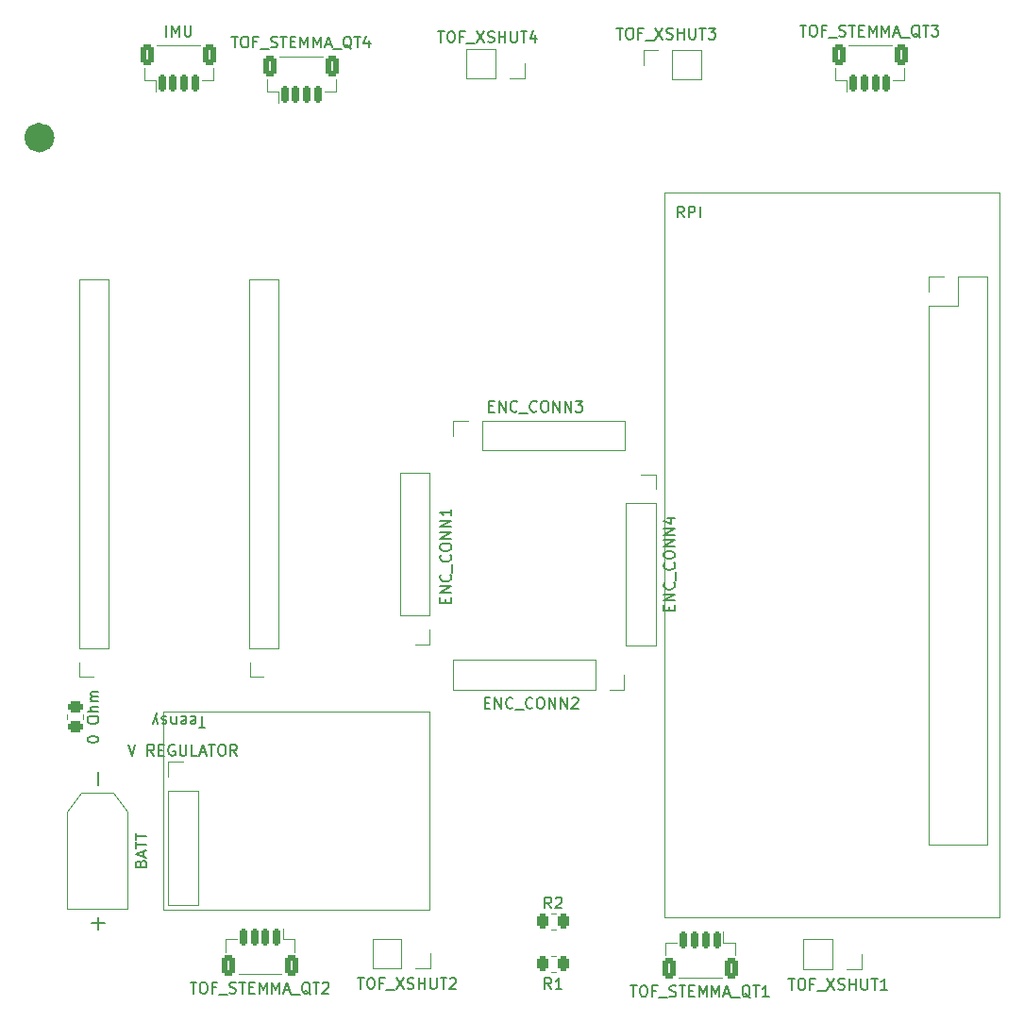
<source format=gto>
%TF.GenerationSoftware,KiCad,Pcbnew,(6.0.8)*%
%TF.CreationDate,2023-03-18T14:47:44-05:00*%
%TF.ProjectId,board1,626f6172-6431-42e6-9b69-6361645f7063,rev?*%
%TF.SameCoordinates,Original*%
%TF.FileFunction,Legend,Top*%
%TF.FilePolarity,Positive*%
%FSLAX46Y46*%
G04 Gerber Fmt 4.6, Leading zero omitted, Abs format (unit mm)*
G04 Created by KiCad (PCBNEW (6.0.8)) date 2023-03-18 14:47:44*
%MOMM*%
%LPD*%
G01*
G04 APERTURE LIST*
G04 Aperture macros list*
%AMRoundRect*
0 Rectangle with rounded corners*
0 $1 Rounding radius*
0 $2 $3 $4 $5 $6 $7 $8 $9 X,Y pos of 4 corners*
0 Add a 4 corners polygon primitive as box body*
4,1,4,$2,$3,$4,$5,$6,$7,$8,$9,$2,$3,0*
0 Add four circle primitives for the rounded corners*
1,1,$1+$1,$2,$3*
1,1,$1+$1,$4,$5*
1,1,$1+$1,$6,$7*
1,1,$1+$1,$8,$9*
0 Add four rect primitives between the rounded corners*
20,1,$1+$1,$2,$3,$4,$5,0*
20,1,$1+$1,$4,$5,$6,$7,0*
20,1,$1+$1,$6,$7,$8,$9,0*
20,1,$1+$1,$8,$9,$2,$3,0*%
G04 Aperture macros list end*
%ADD10C,1.345000*%
%ADD11C,0.150000*%
%ADD12C,0.120000*%
%ADD13C,1.700000*%
%ADD14R,1.700000X1.700000*%
%ADD15O,1.700000X1.700000*%
%ADD16RoundRect,0.250000X-0.262500X-0.450000X0.262500X-0.450000X0.262500X0.450000X-0.262500X0.450000X0*%
%ADD17R,3.800000X3.800000*%
%ADD18C,3.800000*%
%ADD19RoundRect,0.250000X-0.450000X0.262500X-0.450000X-0.262500X0.450000X-0.262500X0.450000X0.262500X0*%
%ADD20RoundRect,0.150000X-0.150000X-0.625000X0.150000X-0.625000X0.150000X0.625000X-0.150000X0.625000X0*%
%ADD21RoundRect,0.250000X-0.350000X-0.650000X0.350000X-0.650000X0.350000X0.650000X-0.350000X0.650000X0*%
%ADD22RoundRect,0.150000X0.150000X0.625000X-0.150000X0.625000X-0.150000X-0.625000X0.150000X-0.625000X0*%
%ADD23RoundRect,0.250000X0.350000X0.650000X-0.350000X0.650000X-0.350000X-0.650000X0.350000X-0.650000X0*%
G04 APERTURE END LIST*
D10*
X82497500Y-47967500D02*
G75*
G03*
X82497500Y-47967500I-672500J0D01*
G01*
D11*
X133598809Y-38144880D02*
X134170238Y-38144880D01*
X133884523Y-39144880D02*
X133884523Y-38144880D01*
X134694047Y-38144880D02*
X134884523Y-38144880D01*
X134979761Y-38192500D01*
X135075000Y-38287738D01*
X135122619Y-38478214D01*
X135122619Y-38811547D01*
X135075000Y-39002023D01*
X134979761Y-39097261D01*
X134884523Y-39144880D01*
X134694047Y-39144880D01*
X134598809Y-39097261D01*
X134503571Y-39002023D01*
X134455952Y-38811547D01*
X134455952Y-38478214D01*
X134503571Y-38287738D01*
X134598809Y-38192500D01*
X134694047Y-38144880D01*
X135884523Y-38621071D02*
X135551190Y-38621071D01*
X135551190Y-39144880D02*
X135551190Y-38144880D01*
X136027380Y-38144880D01*
X136170238Y-39240119D02*
X136932142Y-39240119D01*
X137075000Y-38144880D02*
X137741666Y-39144880D01*
X137741666Y-38144880D02*
X137075000Y-39144880D01*
X138075000Y-39097261D02*
X138217857Y-39144880D01*
X138455952Y-39144880D01*
X138551190Y-39097261D01*
X138598809Y-39049642D01*
X138646428Y-38954404D01*
X138646428Y-38859166D01*
X138598809Y-38763928D01*
X138551190Y-38716309D01*
X138455952Y-38668690D01*
X138265476Y-38621071D01*
X138170238Y-38573452D01*
X138122619Y-38525833D01*
X138075000Y-38430595D01*
X138075000Y-38335357D01*
X138122619Y-38240119D01*
X138170238Y-38192500D01*
X138265476Y-38144880D01*
X138503571Y-38144880D01*
X138646428Y-38192500D01*
X139075000Y-39144880D02*
X139075000Y-38144880D01*
X139075000Y-38621071D02*
X139646428Y-38621071D01*
X139646428Y-39144880D02*
X139646428Y-38144880D01*
X140122619Y-38144880D02*
X140122619Y-38954404D01*
X140170238Y-39049642D01*
X140217857Y-39097261D01*
X140313095Y-39144880D01*
X140503571Y-39144880D01*
X140598809Y-39097261D01*
X140646428Y-39049642D01*
X140694047Y-38954404D01*
X140694047Y-38144880D01*
X141027380Y-38144880D02*
X141598809Y-38144880D01*
X141313095Y-39144880D02*
X141313095Y-38144880D01*
X141836904Y-38144880D02*
X142455952Y-38144880D01*
X142122619Y-38525833D01*
X142265476Y-38525833D01*
X142360714Y-38573452D01*
X142408333Y-38621071D01*
X142455952Y-38716309D01*
X142455952Y-38954404D01*
X142408333Y-39049642D01*
X142360714Y-39097261D01*
X142265476Y-39144880D01*
X141979761Y-39144880D01*
X141884523Y-39097261D01*
X141836904Y-39049642D01*
X127755733Y-117107080D02*
X127422400Y-116630890D01*
X127184304Y-117107080D02*
X127184304Y-116107080D01*
X127565257Y-116107080D01*
X127660495Y-116154700D01*
X127708114Y-116202319D01*
X127755733Y-116297557D01*
X127755733Y-116440414D01*
X127708114Y-116535652D01*
X127660495Y-116583271D01*
X127565257Y-116630890D01*
X127184304Y-116630890D01*
X128136685Y-116202319D02*
X128184304Y-116154700D01*
X128279542Y-116107080D01*
X128517638Y-116107080D01*
X128612876Y-116154700D01*
X128660495Y-116202319D01*
X128708114Y-116297557D01*
X128708114Y-116392795D01*
X128660495Y-116535652D01*
X128089066Y-117107080D01*
X128708114Y-117107080D01*
X122158333Y-72071071D02*
X122491666Y-72071071D01*
X122634523Y-72594880D02*
X122158333Y-72594880D01*
X122158333Y-71594880D01*
X122634523Y-71594880D01*
X123063095Y-72594880D02*
X123063095Y-71594880D01*
X123634523Y-72594880D01*
X123634523Y-71594880D01*
X124682142Y-72499642D02*
X124634523Y-72547261D01*
X124491666Y-72594880D01*
X124396428Y-72594880D01*
X124253571Y-72547261D01*
X124158333Y-72452023D01*
X124110714Y-72356785D01*
X124063095Y-72166309D01*
X124063095Y-72023452D01*
X124110714Y-71832976D01*
X124158333Y-71737738D01*
X124253571Y-71642500D01*
X124396428Y-71594880D01*
X124491666Y-71594880D01*
X124634523Y-71642500D01*
X124682142Y-71690119D01*
X124872619Y-72690119D02*
X125634523Y-72690119D01*
X126444047Y-72499642D02*
X126396428Y-72547261D01*
X126253571Y-72594880D01*
X126158333Y-72594880D01*
X126015476Y-72547261D01*
X125920238Y-72452023D01*
X125872619Y-72356785D01*
X125825000Y-72166309D01*
X125825000Y-72023452D01*
X125872619Y-71832976D01*
X125920238Y-71737738D01*
X126015476Y-71642500D01*
X126158333Y-71594880D01*
X126253571Y-71594880D01*
X126396428Y-71642500D01*
X126444047Y-71690119D01*
X127063095Y-71594880D02*
X127253571Y-71594880D01*
X127348809Y-71642500D01*
X127444047Y-71737738D01*
X127491666Y-71928214D01*
X127491666Y-72261547D01*
X127444047Y-72452023D01*
X127348809Y-72547261D01*
X127253571Y-72594880D01*
X127063095Y-72594880D01*
X126967857Y-72547261D01*
X126872619Y-72452023D01*
X126825000Y-72261547D01*
X126825000Y-71928214D01*
X126872619Y-71737738D01*
X126967857Y-71642500D01*
X127063095Y-71594880D01*
X127920238Y-72594880D02*
X127920238Y-71594880D01*
X128491666Y-72594880D01*
X128491666Y-71594880D01*
X128967857Y-72594880D02*
X128967857Y-71594880D01*
X129539285Y-72594880D01*
X129539285Y-71594880D01*
X129920238Y-71594880D02*
X130539285Y-71594880D01*
X130205952Y-71975833D01*
X130348809Y-71975833D01*
X130444047Y-72023452D01*
X130491666Y-72071071D01*
X130539285Y-72166309D01*
X130539285Y-72404404D01*
X130491666Y-72499642D01*
X130444047Y-72547261D01*
X130348809Y-72594880D01*
X130063095Y-72594880D01*
X129967857Y-72547261D01*
X129920238Y-72499642D01*
X90928571Y-113086547D02*
X90976190Y-112943690D01*
X91023809Y-112896071D01*
X91119047Y-112848452D01*
X91261904Y-112848452D01*
X91357142Y-112896071D01*
X91404761Y-112943690D01*
X91452380Y-113038928D01*
X91452380Y-113419880D01*
X90452380Y-113419880D01*
X90452380Y-113086547D01*
X90500000Y-112991309D01*
X90547619Y-112943690D01*
X90642857Y-112896071D01*
X90738095Y-112896071D01*
X90833333Y-112943690D01*
X90880952Y-112991309D01*
X90928571Y-113086547D01*
X90928571Y-113419880D01*
X91166666Y-112467500D02*
X91166666Y-111991309D01*
X91452380Y-112562738D02*
X90452380Y-112229404D01*
X91452380Y-111896071D01*
X90452380Y-111705595D02*
X90452380Y-111134166D01*
X91452380Y-111419880D02*
X90452380Y-111419880D01*
X90452380Y-110943690D02*
X90452380Y-110372261D01*
X91452380Y-110657976D02*
X90452380Y-110657976D01*
X87107142Y-106038928D02*
X87107142Y-104896071D01*
X87107142Y-119038928D02*
X87107142Y-117896071D01*
X87678571Y-118467500D02*
X86535714Y-118467500D01*
X121783333Y-98671071D02*
X122116666Y-98671071D01*
X122259523Y-99194880D02*
X121783333Y-99194880D01*
X121783333Y-98194880D01*
X122259523Y-98194880D01*
X122688095Y-99194880D02*
X122688095Y-98194880D01*
X123259523Y-99194880D01*
X123259523Y-98194880D01*
X124307142Y-99099642D02*
X124259523Y-99147261D01*
X124116666Y-99194880D01*
X124021428Y-99194880D01*
X123878571Y-99147261D01*
X123783333Y-99052023D01*
X123735714Y-98956785D01*
X123688095Y-98766309D01*
X123688095Y-98623452D01*
X123735714Y-98432976D01*
X123783333Y-98337738D01*
X123878571Y-98242500D01*
X124021428Y-98194880D01*
X124116666Y-98194880D01*
X124259523Y-98242500D01*
X124307142Y-98290119D01*
X124497619Y-99290119D02*
X125259523Y-99290119D01*
X126069047Y-99099642D02*
X126021428Y-99147261D01*
X125878571Y-99194880D01*
X125783333Y-99194880D01*
X125640476Y-99147261D01*
X125545238Y-99052023D01*
X125497619Y-98956785D01*
X125450000Y-98766309D01*
X125450000Y-98623452D01*
X125497619Y-98432976D01*
X125545238Y-98337738D01*
X125640476Y-98242500D01*
X125783333Y-98194880D01*
X125878571Y-98194880D01*
X126021428Y-98242500D01*
X126069047Y-98290119D01*
X126688095Y-98194880D02*
X126878571Y-98194880D01*
X126973809Y-98242500D01*
X127069047Y-98337738D01*
X127116666Y-98528214D01*
X127116666Y-98861547D01*
X127069047Y-99052023D01*
X126973809Y-99147261D01*
X126878571Y-99194880D01*
X126688095Y-99194880D01*
X126592857Y-99147261D01*
X126497619Y-99052023D01*
X126450000Y-98861547D01*
X126450000Y-98528214D01*
X126497619Y-98337738D01*
X126592857Y-98242500D01*
X126688095Y-98194880D01*
X127545238Y-99194880D02*
X127545238Y-98194880D01*
X128116666Y-99194880D01*
X128116666Y-98194880D01*
X128592857Y-99194880D02*
X128592857Y-98194880D01*
X129164285Y-99194880D01*
X129164285Y-98194880D01*
X129592857Y-98290119D02*
X129640476Y-98242500D01*
X129735714Y-98194880D01*
X129973809Y-98194880D01*
X130069047Y-98242500D01*
X130116666Y-98290119D01*
X130164285Y-98385357D01*
X130164285Y-98480595D01*
X130116666Y-98623452D01*
X129545238Y-99194880D01*
X130164285Y-99194880D01*
X127755733Y-124357080D02*
X127422400Y-123880890D01*
X127184304Y-124357080D02*
X127184304Y-123357080D01*
X127565257Y-123357080D01*
X127660495Y-123404700D01*
X127708114Y-123452319D01*
X127755733Y-123547557D01*
X127755733Y-123690414D01*
X127708114Y-123785652D01*
X127660495Y-123833271D01*
X127565257Y-123880890D01*
X127184304Y-123880890D01*
X128708114Y-124357080D02*
X128136685Y-124357080D01*
X128422400Y-124357080D02*
X128422400Y-123357080D01*
X128327161Y-123499938D01*
X128231923Y-123595176D01*
X128136685Y-123642795D01*
X86127380Y-102013928D02*
X86127380Y-101918690D01*
X86175000Y-101823452D01*
X86222619Y-101775833D01*
X86317857Y-101728214D01*
X86508333Y-101680595D01*
X86746428Y-101680595D01*
X86936904Y-101728214D01*
X87032142Y-101775833D01*
X87079761Y-101823452D01*
X87127380Y-101918690D01*
X87127380Y-102013928D01*
X87079761Y-102109166D01*
X87032142Y-102156785D01*
X86936904Y-102204404D01*
X86746428Y-102252023D01*
X86508333Y-102252023D01*
X86317857Y-102204404D01*
X86222619Y-102156785D01*
X86175000Y-102109166D01*
X86127380Y-102013928D01*
X86127380Y-100299642D02*
X86127380Y-100109166D01*
X86175000Y-100013928D01*
X86270238Y-99918690D01*
X86460714Y-99871071D01*
X86794047Y-99871071D01*
X86984523Y-99918690D01*
X87079761Y-100013928D01*
X87127380Y-100109166D01*
X87127380Y-100299642D01*
X87079761Y-100394880D01*
X86984523Y-100490119D01*
X86794047Y-100537738D01*
X86460714Y-100537738D01*
X86270238Y-100490119D01*
X86175000Y-100394880D01*
X86127380Y-100299642D01*
X87127380Y-99442500D02*
X86127380Y-99442500D01*
X87127380Y-99013928D02*
X86603571Y-99013928D01*
X86508333Y-99061547D01*
X86460714Y-99156785D01*
X86460714Y-99299642D01*
X86508333Y-99394880D01*
X86555952Y-99442500D01*
X87127380Y-98537738D02*
X86460714Y-98537738D01*
X86555952Y-98537738D02*
X86508333Y-98490119D01*
X86460714Y-98394880D01*
X86460714Y-98252023D01*
X86508333Y-98156785D01*
X86603571Y-98109166D01*
X87127380Y-98109166D01*
X86603571Y-98109166D02*
X86508333Y-98061547D01*
X86460714Y-97966309D01*
X86460714Y-97823452D01*
X86508333Y-97728214D01*
X86603571Y-97680595D01*
X87127380Y-97680595D01*
X99063095Y-38894880D02*
X99634523Y-38894880D01*
X99348809Y-39894880D02*
X99348809Y-38894880D01*
X100158333Y-38894880D02*
X100348809Y-38894880D01*
X100444047Y-38942500D01*
X100539285Y-39037738D01*
X100586904Y-39228214D01*
X100586904Y-39561547D01*
X100539285Y-39752023D01*
X100444047Y-39847261D01*
X100348809Y-39894880D01*
X100158333Y-39894880D01*
X100063095Y-39847261D01*
X99967857Y-39752023D01*
X99920238Y-39561547D01*
X99920238Y-39228214D01*
X99967857Y-39037738D01*
X100063095Y-38942500D01*
X100158333Y-38894880D01*
X101348809Y-39371071D02*
X101015476Y-39371071D01*
X101015476Y-39894880D02*
X101015476Y-38894880D01*
X101491666Y-38894880D01*
X101634523Y-39990119D02*
X102396428Y-39990119D01*
X102586904Y-39847261D02*
X102729761Y-39894880D01*
X102967857Y-39894880D01*
X103063095Y-39847261D01*
X103110714Y-39799642D01*
X103158333Y-39704404D01*
X103158333Y-39609166D01*
X103110714Y-39513928D01*
X103063095Y-39466309D01*
X102967857Y-39418690D01*
X102777380Y-39371071D01*
X102682142Y-39323452D01*
X102634523Y-39275833D01*
X102586904Y-39180595D01*
X102586904Y-39085357D01*
X102634523Y-38990119D01*
X102682142Y-38942500D01*
X102777380Y-38894880D01*
X103015476Y-38894880D01*
X103158333Y-38942500D01*
X103444047Y-38894880D02*
X104015476Y-38894880D01*
X103729761Y-39894880D02*
X103729761Y-38894880D01*
X104348809Y-39371071D02*
X104682142Y-39371071D01*
X104825000Y-39894880D02*
X104348809Y-39894880D01*
X104348809Y-38894880D01*
X104825000Y-38894880D01*
X105253571Y-39894880D02*
X105253571Y-38894880D01*
X105586904Y-39609166D01*
X105920238Y-38894880D01*
X105920238Y-39894880D01*
X106396428Y-39894880D02*
X106396428Y-38894880D01*
X106729761Y-39609166D01*
X107063095Y-38894880D01*
X107063095Y-39894880D01*
X107491666Y-39609166D02*
X107967857Y-39609166D01*
X107396428Y-39894880D02*
X107729761Y-38894880D01*
X108063095Y-39894880D01*
X108158333Y-39990119D02*
X108920238Y-39990119D01*
X109825000Y-39990119D02*
X109729761Y-39942500D01*
X109634523Y-39847261D01*
X109491666Y-39704404D01*
X109396428Y-39656785D01*
X109301190Y-39656785D01*
X109348809Y-39894880D02*
X109253571Y-39847261D01*
X109158333Y-39752023D01*
X109110714Y-39561547D01*
X109110714Y-39228214D01*
X109158333Y-39037738D01*
X109253571Y-38942500D01*
X109348809Y-38894880D01*
X109539285Y-38894880D01*
X109634523Y-38942500D01*
X109729761Y-39037738D01*
X109777380Y-39228214D01*
X109777380Y-39561547D01*
X109729761Y-39752023D01*
X109634523Y-39847261D01*
X109539285Y-39894880D01*
X109348809Y-39894880D01*
X110063095Y-38894880D02*
X110634523Y-38894880D01*
X110348809Y-39894880D02*
X110348809Y-38894880D01*
X111396428Y-39228214D02*
X111396428Y-39894880D01*
X111158333Y-38847261D02*
X110920238Y-39561547D01*
X111539285Y-39561547D01*
X110365609Y-123354280D02*
X110937038Y-123354280D01*
X110651323Y-124354280D02*
X110651323Y-123354280D01*
X111460847Y-123354280D02*
X111651323Y-123354280D01*
X111746561Y-123401900D01*
X111841800Y-123497138D01*
X111889419Y-123687614D01*
X111889419Y-124020947D01*
X111841800Y-124211423D01*
X111746561Y-124306661D01*
X111651323Y-124354280D01*
X111460847Y-124354280D01*
X111365609Y-124306661D01*
X111270371Y-124211423D01*
X111222752Y-124020947D01*
X111222752Y-123687614D01*
X111270371Y-123497138D01*
X111365609Y-123401900D01*
X111460847Y-123354280D01*
X112651323Y-123830471D02*
X112317990Y-123830471D01*
X112317990Y-124354280D02*
X112317990Y-123354280D01*
X112794180Y-123354280D01*
X112937038Y-124449519D02*
X113698942Y-124449519D01*
X113841800Y-123354280D02*
X114508466Y-124354280D01*
X114508466Y-123354280D02*
X113841800Y-124354280D01*
X114841800Y-124306661D02*
X114984657Y-124354280D01*
X115222752Y-124354280D01*
X115317990Y-124306661D01*
X115365609Y-124259042D01*
X115413228Y-124163804D01*
X115413228Y-124068566D01*
X115365609Y-123973328D01*
X115317990Y-123925709D01*
X115222752Y-123878090D01*
X115032276Y-123830471D01*
X114937038Y-123782852D01*
X114889419Y-123735233D01*
X114841800Y-123639995D01*
X114841800Y-123544757D01*
X114889419Y-123449519D01*
X114937038Y-123401900D01*
X115032276Y-123354280D01*
X115270371Y-123354280D01*
X115413228Y-123401900D01*
X115841800Y-124354280D02*
X115841800Y-123354280D01*
X115841800Y-123830471D02*
X116413228Y-123830471D01*
X116413228Y-124354280D02*
X116413228Y-123354280D01*
X116889419Y-123354280D02*
X116889419Y-124163804D01*
X116937038Y-124259042D01*
X116984657Y-124306661D01*
X117079895Y-124354280D01*
X117270371Y-124354280D01*
X117365609Y-124306661D01*
X117413228Y-124259042D01*
X117460847Y-124163804D01*
X117460847Y-123354280D01*
X117794180Y-123354280D02*
X118365609Y-123354280D01*
X118079895Y-124354280D02*
X118079895Y-123354280D01*
X118651323Y-123449519D02*
X118698942Y-123401900D01*
X118794180Y-123354280D01*
X119032276Y-123354280D01*
X119127514Y-123401900D01*
X119175133Y-123449519D01*
X119222752Y-123544757D01*
X119222752Y-123639995D01*
X119175133Y-123782852D01*
X118603704Y-124354280D01*
X119222752Y-124354280D01*
X89771428Y-102423680D02*
X90104761Y-103423680D01*
X90438095Y-102423680D01*
X92104761Y-103423680D02*
X91771428Y-102947490D01*
X91533333Y-103423680D02*
X91533333Y-102423680D01*
X91914285Y-102423680D01*
X92009523Y-102471300D01*
X92057142Y-102518919D01*
X92104761Y-102614157D01*
X92104761Y-102757014D01*
X92057142Y-102852252D01*
X92009523Y-102899871D01*
X91914285Y-102947490D01*
X91533333Y-102947490D01*
X92533333Y-102899871D02*
X92866666Y-102899871D01*
X93009523Y-103423680D02*
X92533333Y-103423680D01*
X92533333Y-102423680D01*
X93009523Y-102423680D01*
X93961904Y-102471300D02*
X93866666Y-102423680D01*
X93723809Y-102423680D01*
X93580952Y-102471300D01*
X93485714Y-102566538D01*
X93438095Y-102661776D01*
X93390476Y-102852252D01*
X93390476Y-102995109D01*
X93438095Y-103185585D01*
X93485714Y-103280823D01*
X93580952Y-103376061D01*
X93723809Y-103423680D01*
X93819047Y-103423680D01*
X93961904Y-103376061D01*
X94009523Y-103328442D01*
X94009523Y-102995109D01*
X93819047Y-102995109D01*
X94438095Y-102423680D02*
X94438095Y-103233204D01*
X94485714Y-103328442D01*
X94533333Y-103376061D01*
X94628571Y-103423680D01*
X94819047Y-103423680D01*
X94914285Y-103376061D01*
X94961904Y-103328442D01*
X95009523Y-103233204D01*
X95009523Y-102423680D01*
X95961904Y-103423680D02*
X95485714Y-103423680D01*
X95485714Y-102423680D01*
X96247619Y-103137966D02*
X96723809Y-103137966D01*
X96152380Y-103423680D02*
X96485714Y-102423680D01*
X96819047Y-103423680D01*
X97009523Y-102423680D02*
X97580952Y-102423680D01*
X97295238Y-103423680D02*
X97295238Y-102423680D01*
X98104761Y-102423680D02*
X98295238Y-102423680D01*
X98390476Y-102471300D01*
X98485714Y-102566538D01*
X98533333Y-102757014D01*
X98533333Y-103090347D01*
X98485714Y-103280823D01*
X98390476Y-103376061D01*
X98295238Y-103423680D01*
X98104761Y-103423680D01*
X98009523Y-103376061D01*
X97914285Y-103280823D01*
X97866666Y-103090347D01*
X97866666Y-102757014D01*
X97914285Y-102566538D01*
X98009523Y-102471300D01*
X98104761Y-102423680D01*
X99533333Y-103423680D02*
X99200000Y-102947490D01*
X98961904Y-103423680D02*
X98961904Y-102423680D01*
X99342857Y-102423680D01*
X99438095Y-102471300D01*
X99485714Y-102518919D01*
X99533333Y-102614157D01*
X99533333Y-102757014D01*
X99485714Y-102852252D01*
X99438095Y-102899871D01*
X99342857Y-102947490D01*
X98961904Y-102947490D01*
X117573809Y-38419880D02*
X118145238Y-38419880D01*
X117859523Y-39419880D02*
X117859523Y-38419880D01*
X118669047Y-38419880D02*
X118859523Y-38419880D01*
X118954761Y-38467500D01*
X119050000Y-38562738D01*
X119097619Y-38753214D01*
X119097619Y-39086547D01*
X119050000Y-39277023D01*
X118954761Y-39372261D01*
X118859523Y-39419880D01*
X118669047Y-39419880D01*
X118573809Y-39372261D01*
X118478571Y-39277023D01*
X118430952Y-39086547D01*
X118430952Y-38753214D01*
X118478571Y-38562738D01*
X118573809Y-38467500D01*
X118669047Y-38419880D01*
X119859523Y-38896071D02*
X119526190Y-38896071D01*
X119526190Y-39419880D02*
X119526190Y-38419880D01*
X120002380Y-38419880D01*
X120145238Y-39515119D02*
X120907142Y-39515119D01*
X121050000Y-38419880D02*
X121716666Y-39419880D01*
X121716666Y-38419880D02*
X121050000Y-39419880D01*
X122050000Y-39372261D02*
X122192857Y-39419880D01*
X122430952Y-39419880D01*
X122526190Y-39372261D01*
X122573809Y-39324642D01*
X122621428Y-39229404D01*
X122621428Y-39134166D01*
X122573809Y-39038928D01*
X122526190Y-38991309D01*
X122430952Y-38943690D01*
X122240476Y-38896071D01*
X122145238Y-38848452D01*
X122097619Y-38800833D01*
X122050000Y-38705595D01*
X122050000Y-38610357D01*
X122097619Y-38515119D01*
X122145238Y-38467500D01*
X122240476Y-38419880D01*
X122478571Y-38419880D01*
X122621428Y-38467500D01*
X123050000Y-39419880D02*
X123050000Y-38419880D01*
X123050000Y-38896071D02*
X123621428Y-38896071D01*
X123621428Y-39419880D02*
X123621428Y-38419880D01*
X124097619Y-38419880D02*
X124097619Y-39229404D01*
X124145238Y-39324642D01*
X124192857Y-39372261D01*
X124288095Y-39419880D01*
X124478571Y-39419880D01*
X124573809Y-39372261D01*
X124621428Y-39324642D01*
X124669047Y-39229404D01*
X124669047Y-38419880D01*
X125002380Y-38419880D02*
X125573809Y-38419880D01*
X125288095Y-39419880D02*
X125288095Y-38419880D01*
X126335714Y-38753214D02*
X126335714Y-39419880D01*
X126097619Y-38372261D02*
X125859523Y-39086547D01*
X126478571Y-39086547D01*
X118253571Y-89709166D02*
X118253571Y-89375833D01*
X118777380Y-89232976D02*
X118777380Y-89709166D01*
X117777380Y-89709166D01*
X117777380Y-89232976D01*
X118777380Y-88804404D02*
X117777380Y-88804404D01*
X118777380Y-88232976D01*
X117777380Y-88232976D01*
X118682142Y-87185357D02*
X118729761Y-87232976D01*
X118777380Y-87375833D01*
X118777380Y-87471071D01*
X118729761Y-87613928D01*
X118634523Y-87709166D01*
X118539285Y-87756785D01*
X118348809Y-87804404D01*
X118205952Y-87804404D01*
X118015476Y-87756785D01*
X117920238Y-87709166D01*
X117825000Y-87613928D01*
X117777380Y-87471071D01*
X117777380Y-87375833D01*
X117825000Y-87232976D01*
X117872619Y-87185357D01*
X118872619Y-86994880D02*
X118872619Y-86232976D01*
X118682142Y-85423452D02*
X118729761Y-85471071D01*
X118777380Y-85613928D01*
X118777380Y-85709166D01*
X118729761Y-85852023D01*
X118634523Y-85947261D01*
X118539285Y-85994880D01*
X118348809Y-86042500D01*
X118205952Y-86042500D01*
X118015476Y-85994880D01*
X117920238Y-85947261D01*
X117825000Y-85852023D01*
X117777380Y-85709166D01*
X117777380Y-85613928D01*
X117825000Y-85471071D01*
X117872619Y-85423452D01*
X117777380Y-84804404D02*
X117777380Y-84613928D01*
X117825000Y-84518690D01*
X117920238Y-84423452D01*
X118110714Y-84375833D01*
X118444047Y-84375833D01*
X118634523Y-84423452D01*
X118729761Y-84518690D01*
X118777380Y-84613928D01*
X118777380Y-84804404D01*
X118729761Y-84899642D01*
X118634523Y-84994880D01*
X118444047Y-85042500D01*
X118110714Y-85042500D01*
X117920238Y-84994880D01*
X117825000Y-84899642D01*
X117777380Y-84804404D01*
X118777380Y-83947261D02*
X117777380Y-83947261D01*
X118777380Y-83375833D01*
X117777380Y-83375833D01*
X118777380Y-82899642D02*
X117777380Y-82899642D01*
X118777380Y-82328214D01*
X117777380Y-82328214D01*
X118777380Y-81328214D02*
X118777380Y-81899642D01*
X118777380Y-81613928D02*
X117777380Y-81613928D01*
X117920238Y-81709166D01*
X118015476Y-81804404D01*
X118063095Y-81899642D01*
X149023809Y-123419880D02*
X149595238Y-123419880D01*
X149309523Y-124419880D02*
X149309523Y-123419880D01*
X150119047Y-123419880D02*
X150309523Y-123419880D01*
X150404761Y-123467500D01*
X150500000Y-123562738D01*
X150547619Y-123753214D01*
X150547619Y-124086547D01*
X150500000Y-124277023D01*
X150404761Y-124372261D01*
X150309523Y-124419880D01*
X150119047Y-124419880D01*
X150023809Y-124372261D01*
X149928571Y-124277023D01*
X149880952Y-124086547D01*
X149880952Y-123753214D01*
X149928571Y-123562738D01*
X150023809Y-123467500D01*
X150119047Y-123419880D01*
X151309523Y-123896071D02*
X150976190Y-123896071D01*
X150976190Y-124419880D02*
X150976190Y-123419880D01*
X151452380Y-123419880D01*
X151595238Y-124515119D02*
X152357142Y-124515119D01*
X152500000Y-123419880D02*
X153166666Y-124419880D01*
X153166666Y-123419880D02*
X152500000Y-124419880D01*
X153500000Y-124372261D02*
X153642857Y-124419880D01*
X153880952Y-124419880D01*
X153976190Y-124372261D01*
X154023809Y-124324642D01*
X154071428Y-124229404D01*
X154071428Y-124134166D01*
X154023809Y-124038928D01*
X153976190Y-123991309D01*
X153880952Y-123943690D01*
X153690476Y-123896071D01*
X153595238Y-123848452D01*
X153547619Y-123800833D01*
X153500000Y-123705595D01*
X153500000Y-123610357D01*
X153547619Y-123515119D01*
X153595238Y-123467500D01*
X153690476Y-123419880D01*
X153928571Y-123419880D01*
X154071428Y-123467500D01*
X154500000Y-124419880D02*
X154500000Y-123419880D01*
X154500000Y-123896071D02*
X155071428Y-123896071D01*
X155071428Y-124419880D02*
X155071428Y-123419880D01*
X155547619Y-123419880D02*
X155547619Y-124229404D01*
X155595238Y-124324642D01*
X155642857Y-124372261D01*
X155738095Y-124419880D01*
X155928571Y-124419880D01*
X156023809Y-124372261D01*
X156071428Y-124324642D01*
X156119047Y-124229404D01*
X156119047Y-123419880D01*
X156452380Y-123419880D02*
X157023809Y-123419880D01*
X156738095Y-124419880D02*
X156738095Y-123419880D01*
X157880952Y-124419880D02*
X157309523Y-124419880D01*
X157595238Y-124419880D02*
X157595238Y-123419880D01*
X157500000Y-123562738D01*
X157404761Y-123657976D01*
X157309523Y-123705595D01*
X138318571Y-90416666D02*
X138318571Y-90083333D01*
X138842380Y-89940476D02*
X138842380Y-90416666D01*
X137842380Y-90416666D01*
X137842380Y-89940476D01*
X138842380Y-89511904D02*
X137842380Y-89511904D01*
X138842380Y-88940476D01*
X137842380Y-88940476D01*
X138747142Y-87892857D02*
X138794761Y-87940476D01*
X138842380Y-88083333D01*
X138842380Y-88178571D01*
X138794761Y-88321428D01*
X138699523Y-88416666D01*
X138604285Y-88464285D01*
X138413809Y-88511904D01*
X138270952Y-88511904D01*
X138080476Y-88464285D01*
X137985238Y-88416666D01*
X137890000Y-88321428D01*
X137842380Y-88178571D01*
X137842380Y-88083333D01*
X137890000Y-87940476D01*
X137937619Y-87892857D01*
X138937619Y-87702380D02*
X138937619Y-86940476D01*
X138747142Y-86130952D02*
X138794761Y-86178571D01*
X138842380Y-86321428D01*
X138842380Y-86416666D01*
X138794761Y-86559523D01*
X138699523Y-86654761D01*
X138604285Y-86702380D01*
X138413809Y-86750000D01*
X138270952Y-86750000D01*
X138080476Y-86702380D01*
X137985238Y-86654761D01*
X137890000Y-86559523D01*
X137842380Y-86416666D01*
X137842380Y-86321428D01*
X137890000Y-86178571D01*
X137937619Y-86130952D01*
X137842380Y-85511904D02*
X137842380Y-85321428D01*
X137890000Y-85226190D01*
X137985238Y-85130952D01*
X138175714Y-85083333D01*
X138509047Y-85083333D01*
X138699523Y-85130952D01*
X138794761Y-85226190D01*
X138842380Y-85321428D01*
X138842380Y-85511904D01*
X138794761Y-85607142D01*
X138699523Y-85702380D01*
X138509047Y-85750000D01*
X138175714Y-85750000D01*
X137985238Y-85702380D01*
X137890000Y-85607142D01*
X137842380Y-85511904D01*
X138842380Y-84654761D02*
X137842380Y-84654761D01*
X138842380Y-84083333D01*
X137842380Y-84083333D01*
X138842380Y-83607142D02*
X137842380Y-83607142D01*
X138842380Y-83035714D01*
X137842380Y-83035714D01*
X138175714Y-82130952D02*
X138842380Y-82130952D01*
X137794761Y-82369047D02*
X138509047Y-82607142D01*
X138509047Y-81988095D01*
X139646428Y-55144880D02*
X139313095Y-54668690D01*
X139075000Y-55144880D02*
X139075000Y-54144880D01*
X139455952Y-54144880D01*
X139551190Y-54192500D01*
X139598809Y-54240119D01*
X139646428Y-54335357D01*
X139646428Y-54478214D01*
X139598809Y-54573452D01*
X139551190Y-54621071D01*
X139455952Y-54668690D01*
X139075000Y-54668690D01*
X140075000Y-55144880D02*
X140075000Y-54144880D01*
X140455952Y-54144880D01*
X140551190Y-54192500D01*
X140598809Y-54240119D01*
X140646428Y-54335357D01*
X140646428Y-54478214D01*
X140598809Y-54573452D01*
X140551190Y-54621071D01*
X140455952Y-54668690D01*
X140075000Y-54668690D01*
X141075000Y-55144880D02*
X141075000Y-54144880D01*
X96705952Y-100885119D02*
X96134523Y-100885119D01*
X96420238Y-99885119D02*
X96420238Y-100885119D01*
X95420238Y-99932738D02*
X95515476Y-99885119D01*
X95705952Y-99885119D01*
X95801190Y-99932738D01*
X95848809Y-100027976D01*
X95848809Y-100408928D01*
X95801190Y-100504166D01*
X95705952Y-100551785D01*
X95515476Y-100551785D01*
X95420238Y-100504166D01*
X95372619Y-100408928D01*
X95372619Y-100313690D01*
X95848809Y-100218452D01*
X94563095Y-99932738D02*
X94658333Y-99885119D01*
X94848809Y-99885119D01*
X94944047Y-99932738D01*
X94991666Y-100027976D01*
X94991666Y-100408928D01*
X94944047Y-100504166D01*
X94848809Y-100551785D01*
X94658333Y-100551785D01*
X94563095Y-100504166D01*
X94515476Y-100408928D01*
X94515476Y-100313690D01*
X94991666Y-100218452D01*
X94086904Y-100551785D02*
X94086904Y-99885119D01*
X94086904Y-100456547D02*
X94039285Y-100504166D01*
X93944047Y-100551785D01*
X93801190Y-100551785D01*
X93705952Y-100504166D01*
X93658333Y-100408928D01*
X93658333Y-99885119D01*
X93229761Y-99932738D02*
X93134523Y-99885119D01*
X92944047Y-99885119D01*
X92848809Y-99932738D01*
X92801190Y-100027976D01*
X92801190Y-100075595D01*
X92848809Y-100170833D01*
X92944047Y-100218452D01*
X93086904Y-100218452D01*
X93182142Y-100266071D01*
X93229761Y-100361309D01*
X93229761Y-100408928D01*
X93182142Y-100504166D01*
X93086904Y-100551785D01*
X92944047Y-100551785D01*
X92848809Y-100504166D01*
X92467857Y-100551785D02*
X92229761Y-99885119D01*
X91991666Y-100551785D02*
X92229761Y-99885119D01*
X92325000Y-99647023D01*
X92372619Y-99599404D01*
X92467857Y-99551785D01*
X95360495Y-123757080D02*
X95931923Y-123757080D01*
X95646209Y-124757080D02*
X95646209Y-123757080D01*
X96455733Y-123757080D02*
X96646209Y-123757080D01*
X96741447Y-123804700D01*
X96836685Y-123899938D01*
X96884304Y-124090414D01*
X96884304Y-124423747D01*
X96836685Y-124614223D01*
X96741447Y-124709461D01*
X96646209Y-124757080D01*
X96455733Y-124757080D01*
X96360495Y-124709461D01*
X96265257Y-124614223D01*
X96217638Y-124423747D01*
X96217638Y-124090414D01*
X96265257Y-123899938D01*
X96360495Y-123804700D01*
X96455733Y-123757080D01*
X97646209Y-124233271D02*
X97312876Y-124233271D01*
X97312876Y-124757080D02*
X97312876Y-123757080D01*
X97789066Y-123757080D01*
X97931923Y-124852319D02*
X98693828Y-124852319D01*
X98884304Y-124709461D02*
X99027161Y-124757080D01*
X99265257Y-124757080D01*
X99360495Y-124709461D01*
X99408114Y-124661842D01*
X99455733Y-124566604D01*
X99455733Y-124471366D01*
X99408114Y-124376128D01*
X99360495Y-124328509D01*
X99265257Y-124280890D01*
X99074780Y-124233271D01*
X98979542Y-124185652D01*
X98931923Y-124138033D01*
X98884304Y-124042795D01*
X98884304Y-123947557D01*
X98931923Y-123852319D01*
X98979542Y-123804700D01*
X99074780Y-123757080D01*
X99312876Y-123757080D01*
X99455733Y-123804700D01*
X99741447Y-123757080D02*
X100312876Y-123757080D01*
X100027161Y-124757080D02*
X100027161Y-123757080D01*
X100646209Y-124233271D02*
X100979542Y-124233271D01*
X101122400Y-124757080D02*
X100646209Y-124757080D01*
X100646209Y-123757080D01*
X101122400Y-123757080D01*
X101550971Y-124757080D02*
X101550971Y-123757080D01*
X101884304Y-124471366D01*
X102217638Y-123757080D01*
X102217638Y-124757080D01*
X102693828Y-124757080D02*
X102693828Y-123757080D01*
X103027161Y-124471366D01*
X103360495Y-123757080D01*
X103360495Y-124757080D01*
X103789066Y-124471366D02*
X104265257Y-124471366D01*
X103693828Y-124757080D02*
X104027161Y-123757080D01*
X104360495Y-124757080D01*
X104455733Y-124852319D02*
X105217638Y-124852319D01*
X106122400Y-124852319D02*
X106027161Y-124804700D01*
X105931923Y-124709461D01*
X105789066Y-124566604D01*
X105693828Y-124518985D01*
X105598590Y-124518985D01*
X105646209Y-124757080D02*
X105550971Y-124709461D01*
X105455733Y-124614223D01*
X105408114Y-124423747D01*
X105408114Y-124090414D01*
X105455733Y-123899938D01*
X105550971Y-123804700D01*
X105646209Y-123757080D01*
X105836685Y-123757080D01*
X105931923Y-123804700D01*
X106027161Y-123899938D01*
X106074780Y-124090414D01*
X106074780Y-124423747D01*
X106027161Y-124614223D01*
X105931923Y-124709461D01*
X105836685Y-124757080D01*
X105646209Y-124757080D01*
X106360495Y-123757080D02*
X106931923Y-123757080D01*
X106646209Y-124757080D02*
X106646209Y-123757080D01*
X107217638Y-123852319D02*
X107265257Y-123804700D01*
X107360495Y-123757080D01*
X107598590Y-123757080D01*
X107693828Y-123804700D01*
X107741447Y-123852319D01*
X107789066Y-123947557D01*
X107789066Y-124042795D01*
X107741447Y-124185652D01*
X107170019Y-124757080D01*
X107789066Y-124757080D01*
X93229761Y-38894880D02*
X93229761Y-37894880D01*
X93705952Y-38894880D02*
X93705952Y-37894880D01*
X94039285Y-38609166D01*
X94372619Y-37894880D01*
X94372619Y-38894880D01*
X94848809Y-37894880D02*
X94848809Y-38704404D01*
X94896428Y-38799642D01*
X94944047Y-38847261D01*
X95039285Y-38894880D01*
X95229761Y-38894880D01*
X95325000Y-38847261D01*
X95372619Y-38799642D01*
X95420238Y-38704404D01*
X95420238Y-37894880D01*
X150063095Y-37894880D02*
X150634523Y-37894880D01*
X150348809Y-38894880D02*
X150348809Y-37894880D01*
X151158333Y-37894880D02*
X151348809Y-37894880D01*
X151444047Y-37942500D01*
X151539285Y-38037738D01*
X151586904Y-38228214D01*
X151586904Y-38561547D01*
X151539285Y-38752023D01*
X151444047Y-38847261D01*
X151348809Y-38894880D01*
X151158333Y-38894880D01*
X151063095Y-38847261D01*
X150967857Y-38752023D01*
X150920238Y-38561547D01*
X150920238Y-38228214D01*
X150967857Y-38037738D01*
X151063095Y-37942500D01*
X151158333Y-37894880D01*
X152348809Y-38371071D02*
X152015476Y-38371071D01*
X152015476Y-38894880D02*
X152015476Y-37894880D01*
X152491666Y-37894880D01*
X152634523Y-38990119D02*
X153396428Y-38990119D01*
X153586904Y-38847261D02*
X153729761Y-38894880D01*
X153967857Y-38894880D01*
X154063095Y-38847261D01*
X154110714Y-38799642D01*
X154158333Y-38704404D01*
X154158333Y-38609166D01*
X154110714Y-38513928D01*
X154063095Y-38466309D01*
X153967857Y-38418690D01*
X153777380Y-38371071D01*
X153682142Y-38323452D01*
X153634523Y-38275833D01*
X153586904Y-38180595D01*
X153586904Y-38085357D01*
X153634523Y-37990119D01*
X153682142Y-37942500D01*
X153777380Y-37894880D01*
X154015476Y-37894880D01*
X154158333Y-37942500D01*
X154444047Y-37894880D02*
X155015476Y-37894880D01*
X154729761Y-38894880D02*
X154729761Y-37894880D01*
X155348809Y-38371071D02*
X155682142Y-38371071D01*
X155825000Y-38894880D02*
X155348809Y-38894880D01*
X155348809Y-37894880D01*
X155825000Y-37894880D01*
X156253571Y-38894880D02*
X156253571Y-37894880D01*
X156586904Y-38609166D01*
X156920238Y-37894880D01*
X156920238Y-38894880D01*
X157396428Y-38894880D02*
X157396428Y-37894880D01*
X157729761Y-38609166D01*
X158063095Y-37894880D01*
X158063095Y-38894880D01*
X158491666Y-38609166D02*
X158967857Y-38609166D01*
X158396428Y-38894880D02*
X158729761Y-37894880D01*
X159063095Y-38894880D01*
X159158333Y-38990119D02*
X159920238Y-38990119D01*
X160825000Y-38990119D02*
X160729761Y-38942500D01*
X160634523Y-38847261D01*
X160491666Y-38704404D01*
X160396428Y-38656785D01*
X160301190Y-38656785D01*
X160348809Y-38894880D02*
X160253571Y-38847261D01*
X160158333Y-38752023D01*
X160110714Y-38561547D01*
X160110714Y-38228214D01*
X160158333Y-38037738D01*
X160253571Y-37942500D01*
X160348809Y-37894880D01*
X160539285Y-37894880D01*
X160634523Y-37942500D01*
X160729761Y-38037738D01*
X160777380Y-38228214D01*
X160777380Y-38561547D01*
X160729761Y-38752023D01*
X160634523Y-38847261D01*
X160539285Y-38894880D01*
X160348809Y-38894880D01*
X161063095Y-37894880D02*
X161634523Y-37894880D01*
X161348809Y-38894880D02*
X161348809Y-37894880D01*
X161872619Y-37894880D02*
X162491666Y-37894880D01*
X162158333Y-38275833D01*
X162301190Y-38275833D01*
X162396428Y-38323452D01*
X162444047Y-38371071D01*
X162491666Y-38466309D01*
X162491666Y-38704404D01*
X162444047Y-38799642D01*
X162396428Y-38847261D01*
X162301190Y-38894880D01*
X162015476Y-38894880D01*
X161920238Y-38847261D01*
X161872619Y-38799642D01*
X134838095Y-124052380D02*
X135409523Y-124052380D01*
X135123809Y-125052380D02*
X135123809Y-124052380D01*
X135933333Y-124052380D02*
X136123809Y-124052380D01*
X136219047Y-124100000D01*
X136314285Y-124195238D01*
X136361904Y-124385714D01*
X136361904Y-124719047D01*
X136314285Y-124909523D01*
X136219047Y-125004761D01*
X136123809Y-125052380D01*
X135933333Y-125052380D01*
X135838095Y-125004761D01*
X135742857Y-124909523D01*
X135695238Y-124719047D01*
X135695238Y-124385714D01*
X135742857Y-124195238D01*
X135838095Y-124100000D01*
X135933333Y-124052380D01*
X137123809Y-124528571D02*
X136790476Y-124528571D01*
X136790476Y-125052380D02*
X136790476Y-124052380D01*
X137266666Y-124052380D01*
X137409523Y-125147619D02*
X138171428Y-125147619D01*
X138361904Y-125004761D02*
X138504761Y-125052380D01*
X138742857Y-125052380D01*
X138838095Y-125004761D01*
X138885714Y-124957142D01*
X138933333Y-124861904D01*
X138933333Y-124766666D01*
X138885714Y-124671428D01*
X138838095Y-124623809D01*
X138742857Y-124576190D01*
X138552380Y-124528571D01*
X138457142Y-124480952D01*
X138409523Y-124433333D01*
X138361904Y-124338095D01*
X138361904Y-124242857D01*
X138409523Y-124147619D01*
X138457142Y-124100000D01*
X138552380Y-124052380D01*
X138790476Y-124052380D01*
X138933333Y-124100000D01*
X139219047Y-124052380D02*
X139790476Y-124052380D01*
X139504761Y-125052380D02*
X139504761Y-124052380D01*
X140123809Y-124528571D02*
X140457142Y-124528571D01*
X140600000Y-125052380D02*
X140123809Y-125052380D01*
X140123809Y-124052380D01*
X140600000Y-124052380D01*
X141028571Y-125052380D02*
X141028571Y-124052380D01*
X141361904Y-124766666D01*
X141695238Y-124052380D01*
X141695238Y-125052380D01*
X142171428Y-125052380D02*
X142171428Y-124052380D01*
X142504761Y-124766666D01*
X142838095Y-124052380D01*
X142838095Y-125052380D01*
X143266666Y-124766666D02*
X143742857Y-124766666D01*
X143171428Y-125052380D02*
X143504761Y-124052380D01*
X143838095Y-125052380D01*
X143933333Y-125147619D02*
X144695238Y-125147619D01*
X145600000Y-125147619D02*
X145504761Y-125100000D01*
X145409523Y-125004761D01*
X145266666Y-124861904D01*
X145171428Y-124814285D01*
X145076190Y-124814285D01*
X145123809Y-125052380D02*
X145028571Y-125004761D01*
X144933333Y-124909523D01*
X144885714Y-124719047D01*
X144885714Y-124385714D01*
X144933333Y-124195238D01*
X145028571Y-124100000D01*
X145123809Y-124052380D01*
X145314285Y-124052380D01*
X145409523Y-124100000D01*
X145504761Y-124195238D01*
X145552380Y-124385714D01*
X145552380Y-124719047D01*
X145504761Y-124909523D01*
X145409523Y-125004761D01*
X145314285Y-125052380D01*
X145123809Y-125052380D01*
X145838095Y-124052380D02*
X146409523Y-124052380D01*
X146123809Y-125052380D02*
X146123809Y-124052380D01*
X147266666Y-125052380D02*
X146695238Y-125052380D01*
X146980952Y-125052380D02*
X146980952Y-124052380D01*
X146885714Y-124195238D01*
X146790476Y-124290476D01*
X146695238Y-124338095D01*
D12*
X141195000Y-42772500D02*
X141195000Y-40112500D01*
X138595000Y-42772500D02*
X138595000Y-40112500D01*
X135995000Y-41442500D02*
X135995000Y-40112500D01*
X138595000Y-42772500D02*
X141195000Y-42772500D01*
X138595000Y-40112500D02*
X141195000Y-40112500D01*
X135995000Y-40112500D02*
X137325000Y-40112500D01*
X127695336Y-117569700D02*
X128149464Y-117569700D01*
X127695336Y-119039700D02*
X128149464Y-119039700D01*
X118952400Y-74717500D02*
X118952400Y-73387500D01*
X121552400Y-73387500D02*
X134312400Y-73387500D01*
X134312400Y-76047500D02*
X134312400Y-73387500D01*
X118952400Y-73387500D02*
X120282400Y-73387500D01*
X121552400Y-76047500D02*
X134312400Y-76047500D01*
X121552400Y-76047500D02*
X121552400Y-73387500D01*
X88410000Y-106757500D02*
X85590000Y-106757500D01*
X89710000Y-117177500D02*
X84290000Y-117177500D01*
X84290000Y-108457500D02*
X84290000Y-117177500D01*
X85590000Y-106757500D02*
X84290000Y-108457500D01*
X88410000Y-106757500D02*
X89710000Y-108457500D01*
X89710000Y-108457500D02*
X89710000Y-117177500D01*
X131680000Y-94837500D02*
X118920000Y-94837500D01*
X131680000Y-97497500D02*
X118920000Y-97497500D01*
X131680000Y-94837500D02*
X131680000Y-97497500D01*
X118920000Y-94837500D02*
X118920000Y-97497500D01*
X134280000Y-96167500D02*
X134280000Y-97497500D01*
X134280000Y-97497500D02*
X132950000Y-97497500D01*
X127695336Y-121369700D02*
X128149464Y-121369700D01*
X127695336Y-122839700D02*
X128149464Y-122839700D01*
X85760000Y-99715436D02*
X85760000Y-100169564D01*
X84290000Y-99715436D02*
X84290000Y-100169564D01*
X108435000Y-43852500D02*
X107385000Y-43852500D01*
X102215000Y-42702500D02*
X102215000Y-43852500D01*
X102215000Y-43852500D02*
X103265000Y-43852500D01*
X108435000Y-42702500D02*
X108435000Y-43852500D01*
X103385000Y-40732500D02*
X107265000Y-40732500D01*
X103265000Y-43852500D02*
X103265000Y-44842500D01*
X114296800Y-122506900D02*
X111696800Y-122506900D01*
X116896800Y-122506900D02*
X115566800Y-122506900D01*
X116896800Y-121176900D02*
X116896800Y-122506900D01*
X114296800Y-119846900D02*
X114296800Y-122506900D01*
X114296800Y-119846900D02*
X111696800Y-119846900D01*
X111696800Y-119846900D02*
X111696800Y-122506900D01*
X92922000Y-117239300D02*
X92922000Y-99459300D01*
X92922000Y-117239300D02*
X116798000Y-117239300D01*
X93370000Y-106571300D02*
X93370000Y-116791300D01*
X93370000Y-116791300D02*
X96030000Y-116791300D01*
X93370000Y-105301300D02*
X93370000Y-103971300D01*
X93370000Y-106571300D02*
X96030000Y-106571300D01*
X116798000Y-117239300D02*
X116798000Y-99459300D01*
X96030000Y-106571300D02*
X96030000Y-116791300D01*
X92922000Y-99459300D02*
X116798000Y-99459300D01*
X93370000Y-103971300D02*
X94700000Y-103971300D01*
X125355000Y-42672500D02*
X124025000Y-42672500D01*
X120155000Y-40012500D02*
X120155000Y-42672500D01*
X122755000Y-40012500D02*
X120155000Y-40012500D01*
X125355000Y-41342500D02*
X125355000Y-42672500D01*
X122755000Y-40012500D02*
X122755000Y-42672500D01*
X122755000Y-42672500D02*
X120155000Y-42672500D01*
X114195000Y-90822500D02*
X114195000Y-78062500D01*
X116855000Y-92092500D02*
X116855000Y-93422500D01*
X116855000Y-90822500D02*
X116855000Y-78062500D01*
X116855000Y-78062500D02*
X114195000Y-78062500D01*
X116855000Y-90822500D02*
X114195000Y-90822500D01*
X116855000Y-93422500D02*
X115525000Y-93422500D01*
X152980000Y-119912500D02*
X150380000Y-119912500D01*
X152980000Y-122572500D02*
X150380000Y-122572500D01*
X155580000Y-121242500D02*
X155580000Y-122572500D01*
X152980000Y-119912500D02*
X152980000Y-122572500D01*
X155580000Y-122572500D02*
X154250000Y-122572500D01*
X150380000Y-119912500D02*
X150380000Y-122572500D01*
X134445000Y-80795000D02*
X137105000Y-80795000D01*
X134445000Y-80795000D02*
X134445000Y-93555000D01*
X137105000Y-80795000D02*
X137105000Y-93555000D01*
X135775000Y-78195000D02*
X137105000Y-78195000D01*
X137105000Y-78195000D02*
X137105000Y-79525000D01*
X134445000Y-93555000D02*
X137105000Y-93555000D01*
X137925500Y-117919800D02*
X137925500Y-52919800D01*
X137925500Y-52919800D02*
X167925500Y-52919800D01*
X166814500Y-60477800D02*
X164214500Y-60477800D01*
X161614500Y-63077800D02*
X161614500Y-111397800D01*
X164214500Y-63077800D02*
X161614500Y-63077800D01*
X166814500Y-111397800D02*
X161614500Y-111397800D01*
X137925500Y-117919800D02*
X167925500Y-117919800D01*
X161614500Y-60477800D02*
X161614500Y-61807800D01*
X162944500Y-60477800D02*
X161614500Y-60477800D01*
X167925500Y-117919800D02*
X167925500Y-52919800D01*
X164214500Y-60477800D02*
X164214500Y-63077800D01*
X166814500Y-60477800D02*
X166814500Y-111397800D01*
X100615000Y-93757500D02*
X100615000Y-60677500D01*
X88035000Y-93757500D02*
X85375000Y-93757500D01*
X85375000Y-96357500D02*
X85375000Y-95027500D01*
X100735000Y-96357500D02*
X100735000Y-95027500D01*
X88035000Y-93757500D02*
X88035000Y-60677500D01*
X86705000Y-96357500D02*
X85375000Y-96357500D01*
X88035000Y-60677500D02*
X85375000Y-60677500D01*
X103275000Y-93757500D02*
X103275000Y-60677500D01*
X101945000Y-96357500D02*
X100735000Y-96357500D01*
X85375000Y-93757500D02*
X85375000Y-60677500D01*
X103275000Y-60677500D02*
X100615000Y-60677500D01*
X103275000Y-93757500D02*
X100615000Y-93757500D01*
X103682400Y-119894700D02*
X103682400Y-118904700D01*
X104732400Y-119894700D02*
X103682400Y-119894700D01*
X98512400Y-119894700D02*
X99562400Y-119894700D01*
X104732400Y-121044700D02*
X104732400Y-119894700D01*
X103562400Y-123014700D02*
X99682400Y-123014700D01*
X98512400Y-121044700D02*
X98512400Y-119894700D01*
X92265000Y-42852500D02*
X92265000Y-43842500D01*
X97435000Y-41702500D02*
X97435000Y-42852500D01*
X91215000Y-41702500D02*
X91215000Y-42852500D01*
X91215000Y-42852500D02*
X92265000Y-42852500D01*
X92385000Y-39732500D02*
X96265000Y-39732500D01*
X97435000Y-42852500D02*
X96385000Y-42852500D01*
X154385000Y-39732500D02*
X158265000Y-39732500D01*
X159435000Y-42852500D02*
X158385000Y-42852500D01*
X153215000Y-42852500D02*
X154265000Y-42852500D01*
X154265000Y-42852500D02*
X154265000Y-43842500D01*
X159435000Y-41702500D02*
X159435000Y-42852500D01*
X153215000Y-41702500D02*
X153215000Y-42852500D01*
X143160000Y-120190000D02*
X143160000Y-119200000D01*
X137990000Y-120190000D02*
X139040000Y-120190000D01*
X137990000Y-121340000D02*
X137990000Y-120190000D01*
X144210000Y-121340000D02*
X144210000Y-120190000D01*
X143040000Y-123310000D02*
X139160000Y-123310000D01*
X144210000Y-120190000D02*
X143160000Y-120190000D01*
%LPC*%
D13*
X95125000Y-94282500D03*
D14*
X95125000Y-91742500D03*
D15*
X95125000Y-89202500D03*
X95125000Y-86662500D03*
X95125000Y-84122500D03*
X95125000Y-81582500D03*
X95125000Y-79042500D03*
X107825000Y-79042500D03*
X107825000Y-81582500D03*
X107825000Y-84122500D03*
X107825000Y-86662500D03*
X107825000Y-89202500D03*
D14*
X107825000Y-91742500D03*
D13*
X107825000Y-94282500D03*
X120975000Y-118200000D03*
D14*
X120975000Y-115660000D03*
D15*
X120975000Y-113120000D03*
X120975000Y-110580000D03*
X120975000Y-108040000D03*
X120975000Y-105500000D03*
X120975000Y-102960000D03*
X133675000Y-102960000D03*
X133675000Y-105500000D03*
X133675000Y-108040000D03*
X133675000Y-110580000D03*
X133675000Y-113120000D03*
D14*
X133675000Y-115660000D03*
D13*
X133675000Y-118200000D03*
D14*
X137325000Y-41442500D03*
D15*
X139865000Y-41442500D03*
D16*
X127009900Y-118304700D03*
X128834900Y-118304700D03*
D14*
X120282400Y-74717500D03*
D15*
X122822400Y-74717500D03*
X125362400Y-74717500D03*
X127902400Y-74717500D03*
X130442400Y-74717500D03*
X132982400Y-74717500D03*
D17*
X87000000Y-109467500D03*
D18*
X87000000Y-114467500D03*
D14*
X132950000Y-96167500D03*
D15*
X130410000Y-96167500D03*
X127870000Y-96167500D03*
X125330000Y-96167500D03*
X122790000Y-96167500D03*
X120250000Y-96167500D03*
D16*
X127009900Y-122104700D03*
X128834900Y-122104700D03*
D19*
X85025000Y-99030000D03*
X85025000Y-100855000D03*
D20*
X103825000Y-44067500D03*
X104825000Y-44067500D03*
X105825000Y-44067500D03*
X106825000Y-44067500D03*
D21*
X102525000Y-41542500D03*
X108125000Y-41542500D03*
D14*
X115566800Y-121176900D03*
D15*
X113026800Y-121176900D03*
D13*
X94700000Y-105301300D03*
D14*
X94700000Y-107841300D03*
X94700000Y-110381300D03*
D15*
X94700000Y-112921300D03*
X94700000Y-115461300D03*
D14*
X124025000Y-41342500D03*
D15*
X121485000Y-41342500D03*
D13*
X133059000Y-53285000D03*
D14*
X133059000Y-55825000D03*
D15*
X133059000Y-58365000D03*
X133059000Y-60905000D03*
X133059000Y-63445000D03*
X133059000Y-65985000D03*
X133059000Y-68525000D03*
X120359000Y-68525000D03*
X120359000Y-65985000D03*
X120359000Y-63445000D03*
X120359000Y-60905000D03*
X120359000Y-58365000D03*
D14*
X120359000Y-55825000D03*
D13*
X120359000Y-53285000D03*
D14*
X115525000Y-92092500D03*
D15*
X115525000Y-89552500D03*
X115525000Y-87012500D03*
X115525000Y-84472500D03*
X115525000Y-81932500D03*
X115525000Y-79392500D03*
D14*
X154250000Y-121242500D03*
D15*
X151710000Y-121242500D03*
D14*
X135775000Y-79525000D03*
D15*
X135775000Y-82065000D03*
X135775000Y-84605000D03*
X135775000Y-87145000D03*
X135775000Y-89685000D03*
X135775000Y-92225000D03*
D14*
X162944500Y-61807800D03*
D15*
X165484500Y-61807800D03*
X162944500Y-64347800D03*
X165484500Y-64347800D03*
X162944500Y-66887800D03*
X165484500Y-66887800D03*
X162944500Y-69427800D03*
X165484500Y-69427800D03*
X162944500Y-71967800D03*
X165484500Y-71967800D03*
X162944500Y-74507800D03*
X165484500Y-74507800D03*
X162944500Y-77047800D03*
X165484500Y-77047800D03*
X162944500Y-79587800D03*
X165484500Y-79587800D03*
X162944500Y-82127800D03*
X165484500Y-82127800D03*
X162944500Y-84667800D03*
X165484500Y-84667800D03*
X162944500Y-87207800D03*
X165484500Y-87207800D03*
X162944500Y-89747800D03*
X165484500Y-89747800D03*
X162944500Y-92287800D03*
X165484500Y-92287800D03*
X162944500Y-94827800D03*
X165484500Y-94827800D03*
X162944500Y-97367800D03*
X165484500Y-97367800D03*
X162944500Y-99907800D03*
X165484500Y-99907800D03*
X162944500Y-102447800D03*
X165484500Y-102447800D03*
X162944500Y-104987800D03*
X165484500Y-104987800D03*
X162944500Y-107527800D03*
X165484500Y-107527800D03*
X162944500Y-110067800D03*
X165484500Y-110067800D03*
D13*
X156150000Y-82185000D03*
D14*
X156150000Y-84725000D03*
D15*
X156150000Y-87265000D03*
X156150000Y-89805000D03*
X156150000Y-92345000D03*
X156150000Y-94885000D03*
X156150000Y-97425000D03*
X143450000Y-97425000D03*
X143450000Y-94885000D03*
X143450000Y-92345000D03*
X143450000Y-89805000D03*
X143450000Y-87265000D03*
D14*
X143450000Y-84725000D03*
D13*
X143450000Y-82185000D03*
D14*
X101945000Y-95027500D03*
D15*
X86705000Y-95027500D03*
X101945000Y-92487500D03*
X86705000Y-92487500D03*
X101945000Y-89947500D03*
X86705000Y-89947500D03*
X101945000Y-87407500D03*
X86705000Y-87407500D03*
X101945000Y-84867500D03*
X86705000Y-84867500D03*
X101945000Y-82327500D03*
X86705000Y-82327500D03*
X101945000Y-79787500D03*
X86705000Y-79787500D03*
X101945000Y-77247500D03*
X86705000Y-77247500D03*
X101945000Y-74707500D03*
X86705000Y-74707500D03*
X101945000Y-72167500D03*
X86705000Y-72167500D03*
X101945000Y-69627500D03*
X86705000Y-69627500D03*
X101945000Y-67087500D03*
X86705000Y-67087500D03*
X101945000Y-64547500D03*
X86705000Y-64547500D03*
X101945000Y-62007500D03*
X86705000Y-62007500D03*
D22*
X103122400Y-119679700D03*
X102122400Y-119679700D03*
X101122400Y-119679700D03*
X100122400Y-119679700D03*
D23*
X104422400Y-122204700D03*
X98822400Y-122204700D03*
D20*
X92825000Y-43067500D03*
X93825000Y-43067500D03*
X94825000Y-43067500D03*
X95825000Y-43067500D03*
D21*
X97125000Y-40542500D03*
X91525000Y-40542500D03*
D20*
X154825000Y-43067500D03*
X155825000Y-43067500D03*
X156825000Y-43067500D03*
X157825000Y-43067500D03*
D21*
X153525000Y-40542500D03*
X159125000Y-40542500D03*
D22*
X142600000Y-119975000D03*
X141600000Y-119975000D03*
X140600000Y-119975000D03*
X139600000Y-119975000D03*
D23*
X138300000Y-122500000D03*
X143900000Y-122500000D03*
M02*

</source>
